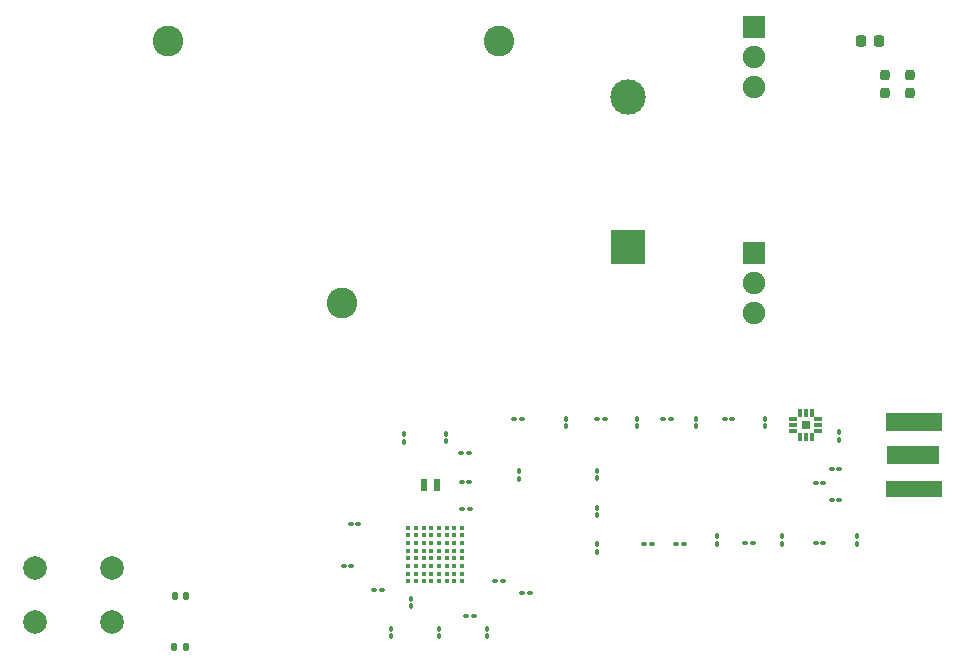
<source format=gbr>
%TF.GenerationSoftware,KiCad,Pcbnew,6.0.9-8da3e8f707~117~ubuntu22.04.1*%
%TF.CreationDate,2022-12-19T03:44:25-03:00*%
%TF.ProjectId,kiproject,6b697072-6f6a-4656-9374-2e6b69636164,rev?*%
%TF.SameCoordinates,Original*%
%TF.FileFunction,Soldermask,Top*%
%TF.FilePolarity,Negative*%
%FSLAX46Y46*%
G04 Gerber Fmt 4.6, Leading zero omitted, Abs format (unit mm)*
G04 Created by KiCad (PCBNEW 6.0.9-8da3e8f707~117~ubuntu22.04.1) date 2022-12-19 03:44:25*
%MOMM*%
%LPD*%
G01*
G04 APERTURE LIST*
G04 Aperture macros list*
%AMRoundRect*
0 Rectangle with rounded corners*
0 $1 Rounding radius*
0 $2 $3 $4 $5 $6 $7 $8 $9 X,Y pos of 4 corners*
0 Add a 4 corners polygon primitive as box body*
4,1,4,$2,$3,$4,$5,$6,$7,$8,$9,$2,$3,0*
0 Add four circle primitives for the rounded corners*
1,1,$1+$1,$2,$3*
1,1,$1+$1,$4,$5*
1,1,$1+$1,$6,$7*
1,1,$1+$1,$8,$9*
0 Add four rect primitives between the rounded corners*
20,1,$1+$1,$2,$3,$4,$5,0*
20,1,$1+$1,$4,$5,$6,$7,0*
20,1,$1+$1,$6,$7,$8,$9,0*
20,1,$1+$1,$8,$9,$2,$3,0*%
G04 Aperture macros list end*
%ADD10RoundRect,0.225000X0.225000X0.250000X-0.225000X0.250000X-0.225000X-0.250000X0.225000X-0.250000X0*%
%ADD11RoundRect,0.100000X0.130000X0.100000X-0.130000X0.100000X-0.130000X-0.100000X0.130000X-0.100000X0*%
%ADD12RoundRect,0.100000X-0.130000X-0.100000X0.130000X-0.100000X0.130000X0.100000X-0.130000X0.100000X0*%
%ADD13RoundRect,0.100000X0.100000X-0.130000X0.100000X0.130000X-0.100000X0.130000X-0.100000X-0.130000X0*%
%ADD14RoundRect,0.140000X0.140000X0.170000X-0.140000X0.170000X-0.140000X-0.170000X0.140000X-0.170000X0*%
%ADD15C,0.365760*%
%ADD16RoundRect,0.200000X0.200000X0.250000X-0.200000X0.250000X-0.200000X-0.250000X0.200000X-0.250000X0*%
%ADD17RoundRect,0.100000X-0.100000X0.130000X-0.100000X-0.130000X0.100000X-0.130000X0.100000X0.130000X0*%
%ADD18C,2.000000*%
%ADD19R,0.500000X1.000000*%
%ADD20C,2.600000*%
%ADD21R,3.000000X3.000000*%
%ADD22C,3.000000*%
%ADD23RoundRect,0.140000X-0.140000X-0.170000X0.140000X-0.170000X0.140000X0.170000X-0.140000X0.170000X0*%
%ADD24R,1.905000X1.905000*%
%ADD25C,1.905000*%
%ADD26RoundRect,0.006600X-0.308400X-0.103400X0.308400X-0.103400X0.308400X0.103400X-0.308400X0.103400X0*%
%ADD27RoundRect,0.017600X-0.092400X-0.297400X0.092400X-0.297400X0.092400X0.297400X-0.092400X0.297400X0*%
%ADD28R,0.760000X0.760000*%
%ADD29R,4.400000X1.500000*%
%ADD30R,4.700000X1.350000*%
%ADD31R,4.700000X1.500000*%
G04 APERTURE END LIST*
D10*
%TO.C,C31*%
X111163400Y-39878000D03*
X109613400Y-39878000D03*
%TD*%
D11*
%TO.C,L3*%
X93520000Y-71875000D03*
X92880000Y-71875000D03*
%TD*%
D12*
%TO.C,C9*%
X76184800Y-88595200D03*
X76824800Y-88595200D03*
%TD*%
D13*
%TO.C,C30*%
X70967600Y-73827600D03*
X70967600Y-73187600D03*
%TD*%
D12*
%TO.C,C6*%
X75780000Y-74800000D03*
X76420000Y-74800000D03*
%TD*%
D14*
%TO.C,R1*%
X52448400Y-91236800D03*
X51488400Y-91236800D03*
%TD*%
D15*
%TO.C,U4*%
X71301100Y-81082800D03*
X71951100Y-81082800D03*
X72601100Y-81082800D03*
X73251100Y-81082800D03*
X73901100Y-81082800D03*
X74551100Y-81082800D03*
X75201100Y-81082800D03*
X75851100Y-81082800D03*
X71301100Y-81732800D03*
X71951100Y-81732800D03*
X72601100Y-81732800D03*
X73251100Y-81732800D03*
X73901100Y-81732800D03*
X74551100Y-81732800D03*
X75201100Y-81732800D03*
X75851100Y-81732800D03*
X71301100Y-82382800D03*
X71951100Y-82382800D03*
X72601100Y-82382800D03*
X73251100Y-82382800D03*
X73901100Y-82382800D03*
X74551100Y-82382800D03*
X75201100Y-82382800D03*
X75851100Y-82382800D03*
X71301100Y-83032800D03*
X71951100Y-83032800D03*
X72601100Y-83032800D03*
X73251100Y-83032800D03*
X73901100Y-83032800D03*
X74551100Y-83032800D03*
X75201100Y-83032800D03*
X75851100Y-83032800D03*
X71301100Y-83682800D03*
X71951100Y-83682800D03*
X72601100Y-83682800D03*
X73251100Y-83682800D03*
X73901100Y-83682800D03*
X74551100Y-83682800D03*
X75201100Y-83682800D03*
X75851100Y-83682800D03*
X71301100Y-84332800D03*
X71951100Y-84332800D03*
X72601100Y-84332800D03*
X73251100Y-84332800D03*
X73901100Y-84332800D03*
X74551100Y-84332800D03*
X75201100Y-84332800D03*
X75851100Y-84332800D03*
X71301100Y-84982800D03*
X71951100Y-84982800D03*
X72601100Y-84982800D03*
X73251100Y-84982800D03*
X73901100Y-84982800D03*
X74551100Y-84982800D03*
X75201100Y-84982800D03*
X75851100Y-84982800D03*
X71301100Y-85632800D03*
X71951100Y-85632800D03*
X72601100Y-85632800D03*
X73251100Y-85632800D03*
X73901100Y-85632800D03*
X74551100Y-85632800D03*
X75201100Y-85632800D03*
X75851100Y-85632800D03*
%TD*%
D11*
%TO.C,C5*%
X67071200Y-80822800D03*
X66431200Y-80822800D03*
%TD*%
D12*
%TO.C,C15*%
X105805000Y-77325000D03*
X106445000Y-77325000D03*
%TD*%
D11*
%TO.C,C8*%
X69052400Y-86410800D03*
X68412400Y-86410800D03*
%TD*%
%TO.C,L4*%
X100470000Y-82425000D03*
X99830000Y-82425000D03*
%TD*%
D12*
%TO.C,C2*%
X75855000Y-79500000D03*
X76495000Y-79500000D03*
%TD*%
D11*
%TO.C,C19*%
X107795000Y-76100000D03*
X107155000Y-76100000D03*
%TD*%
D16*
%TO.C,XC1*%
X113750200Y-42809000D03*
X111700201Y-42809000D03*
X111700201Y-44259000D03*
X113750200Y-44259000D03*
%TD*%
D13*
%TO.C,C21*%
X102950000Y-82445000D03*
X102950000Y-81805000D03*
%TD*%
D17*
%TO.C,C11*%
X73914000Y-89646800D03*
X73914000Y-90286800D03*
%TD*%
D13*
%TO.C,C29*%
X74472800Y-73776800D03*
X74472800Y-73136800D03*
%TD*%
D11*
%TO.C,L1*%
X98720000Y-71875000D03*
X98080000Y-71875000D03*
%TD*%
D18*
%TO.C,SW1*%
X46177200Y-84552400D03*
X39677200Y-84552400D03*
X39677200Y-89052400D03*
X46177200Y-89052400D03*
%TD*%
D17*
%TO.C,C20*%
X95700000Y-71880000D03*
X95700000Y-72520000D03*
%TD*%
D19*
%TO.C,Y1*%
X73752800Y-77520800D03*
X72652800Y-77520800D03*
%TD*%
D11*
%TO.C,C24*%
X87920000Y-71875000D03*
X87280000Y-71875000D03*
%TD*%
D20*
%TO.C,BT1*%
X78965200Y-39852400D03*
X50965200Y-39852400D03*
X65715200Y-62052400D03*
D21*
X89865200Y-57302400D03*
D22*
X89865200Y-44602400D03*
%TD*%
D11*
%TO.C,L9*%
X80920000Y-71925000D03*
X80280000Y-71925000D03*
%TD*%
D23*
%TO.C,R2*%
X51539200Y-86918800D03*
X52499200Y-86918800D03*
%TD*%
D17*
%TO.C,C12*%
X77927200Y-89646800D03*
X77927200Y-90286800D03*
%TD*%
D24*
%TO.C,U1*%
X100533200Y-57861200D03*
D25*
X100533200Y-60401200D03*
X100533200Y-62941200D03*
%TD*%
D13*
%TO.C,C27*%
X80700000Y-76970000D03*
X80700000Y-76330000D03*
%TD*%
D17*
%TO.C,C22*%
X90625000Y-71880000D03*
X90625000Y-72520000D03*
%TD*%
%TO.C,C28*%
X87275000Y-82505000D03*
X87275000Y-83145000D03*
%TD*%
D24*
%TO.C,U2*%
X100533200Y-38709600D03*
D25*
X100533200Y-41249600D03*
X100533200Y-43789600D03*
%TD*%
D17*
%TO.C,C18*%
X107800000Y-73030000D03*
X107800000Y-73670000D03*
%TD*%
D12*
%TO.C,C13*%
X78680000Y-85625000D03*
X79320000Y-85625000D03*
%TD*%
D11*
%TO.C,L5*%
X107795000Y-78775000D03*
X107155000Y-78775000D03*
%TD*%
%TO.C,C1*%
X81600000Y-86614000D03*
X80960000Y-86614000D03*
%TD*%
%TO.C,L6*%
X94620000Y-82480000D03*
X93980000Y-82480000D03*
%TD*%
D17*
%TO.C,C7*%
X71526400Y-87106800D03*
X71526400Y-87746800D03*
%TD*%
%TO.C,L7*%
X87275000Y-76275000D03*
X87275000Y-76915000D03*
%TD*%
%TO.C,L8*%
X87275000Y-79405000D03*
X87275000Y-80045000D03*
%TD*%
%TO.C,C16*%
X101525000Y-71880000D03*
X101525000Y-72520000D03*
%TD*%
D12*
%TO.C,C4*%
X75830000Y-77200000D03*
X76470000Y-77200000D03*
%TD*%
D13*
%TO.C,C17*%
X109325000Y-82445000D03*
X109325000Y-81805000D03*
%TD*%
D26*
%TO.C,U3*%
X103910000Y-71900000D03*
X103910000Y-72400000D03*
X103910000Y-72900000D03*
D27*
X104450000Y-73440000D03*
X104950000Y-73440000D03*
X105450000Y-73440000D03*
D26*
X105990000Y-72900000D03*
X105990000Y-72400000D03*
X105990000Y-71900000D03*
D27*
X105450000Y-71360000D03*
X104950000Y-71360000D03*
X104450000Y-71360000D03*
D28*
X104950000Y-72400000D03*
%TD*%
D13*
%TO.C,C23*%
X97450000Y-82445000D03*
X97450000Y-81805000D03*
%TD*%
D11*
%TO.C,C26*%
X91895000Y-82500000D03*
X91255000Y-82500000D03*
%TD*%
%TO.C,L2*%
X106420000Y-82425000D03*
X105780000Y-82425000D03*
%TD*%
D12*
%TO.C,C3*%
X65821600Y-84328000D03*
X66461600Y-84328000D03*
%TD*%
D29*
%TO.C,J1*%
X114053300Y-74980800D03*
D30*
X114076300Y-77805800D03*
D31*
X114076300Y-72155800D03*
%TD*%
D17*
%TO.C,C10*%
X69850000Y-89646800D03*
X69850000Y-90286800D03*
%TD*%
%TO.C,C25*%
X84625000Y-71880000D03*
X84625000Y-72520000D03*
%TD*%
M02*

</source>
